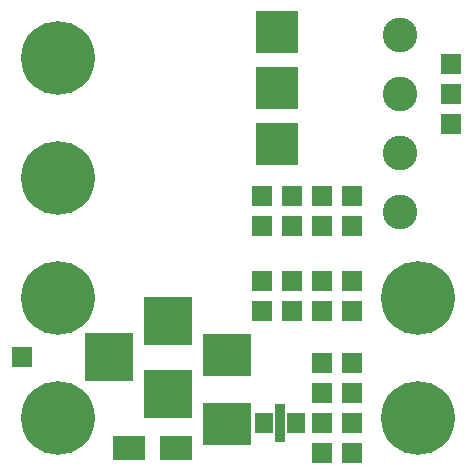
<source format=gbr>
G04 #@! TF.FileFunction,Soldermask,Bot*
%FSLAX46Y46*%
G04 Gerber Fmt 4.6, Leading zero omitted, Abs format (unit mm)*
G04 Created by KiCad (PCBNEW 4.0.1-stable) date 18. 2. 2016 10:36:58*
%MOMM*%
G01*
G04 APERTURE LIST*
%ADD10C,0.300000*%
%ADD11C,6.240000*%
%ADD12R,1.764000X1.764000*%
%ADD13R,4.050000X4.050000*%
%ADD14R,1.540000X1.740000*%
%ADD15R,0.940000X3.240000*%
%ADD16R,3.640000X3.640000*%
%ADD17C,2.940000*%
%ADD18R,2.739360X2.040860*%
%ADD19R,4.050000X3.570000*%
G04 APERTURE END LIST*
D10*
D11*
X35560000Y15240000D03*
D12*
X29972000Y2095500D03*
X27432000Y2095500D03*
X29972000Y4635500D03*
X27432000Y4635500D03*
X29972000Y7175500D03*
X27432000Y7175500D03*
X29972000Y9715500D03*
X27432000Y9715500D03*
D13*
X14351000Y13312000D03*
X14351000Y7112000D03*
X9351000Y10212000D03*
D14*
X22462500Y4699000D03*
D15*
X23812500Y4699000D03*
D14*
X25162500Y4699000D03*
D12*
X22352000Y14160500D03*
X22352000Y16700500D03*
X22352000Y21336000D03*
X22352000Y23876000D03*
X24892000Y21336000D03*
X24892000Y23876000D03*
X24892000Y14160500D03*
X24892000Y16700500D03*
X38354000Y35052000D03*
X38354000Y29972000D03*
D16*
X23622000Y28320000D03*
X23622000Y33020000D03*
X23622000Y37720000D03*
D11*
X5080000Y15240000D03*
X35560000Y5080000D03*
X5080000Y5080000D03*
X5080000Y25400000D03*
X5080000Y35560000D03*
D12*
X38354000Y32512000D03*
D17*
X33972500Y22500000D03*
X33972500Y37500000D03*
X33972500Y27495500D03*
D18*
X11018520Y2540000D03*
X15016480Y2540000D03*
D17*
X33972500Y32500000D03*
D12*
X29972000Y14160500D03*
X29972000Y16700500D03*
X29972000Y21336000D03*
X29972000Y23876000D03*
X27432000Y21336000D03*
X27432000Y23876000D03*
X27432000Y14160500D03*
X27432000Y16700500D03*
D19*
X19367500Y10403000D03*
X19367500Y4583000D03*
D12*
X1968500Y10287000D03*
M02*

</source>
